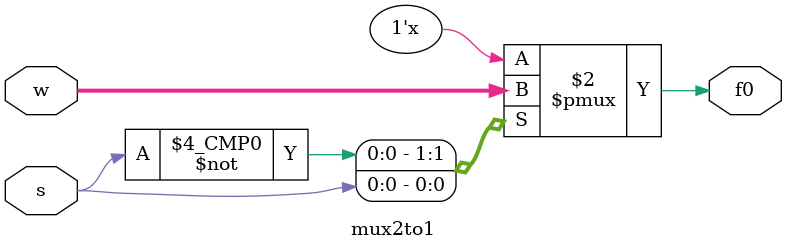
<source format=v>
module mux16to1case(W,S,f);
input [0:15] W;
input [3:0] S;
output f;
wire [0:1] k0;
mux8to1 stg0 (W[0:7], S[2:0], k0[0]);
mux8to1 stg1 (W[8:15], S[2:0], k0[1]);
mux2to1 stg2 (k0[0:1], S[3], f);
endmodule

module mux8to1(w1,s1,f1);
input [0:7] w1;
input [2:0] s1;
output f1;
reg f1;
always @(w1 or s1)
case (s1)
0: f1=w1[0]; 1: f1=w1[1];
2: f1=w1[2]; 3: f1=w1[3];
4: f1=w1[4]; 5: f1=w1[5];
6: f1=w1[6]; 7: f1=w1[7];
endcase
endmodule

module mux2to1(w,s,f0);
input [0:1] w;
input s;
output f0;
reg f0;
always @(w or s)
case (s)
0: f0 = w[0];
1: f0 = w[1];
endcase
endmodule


</source>
